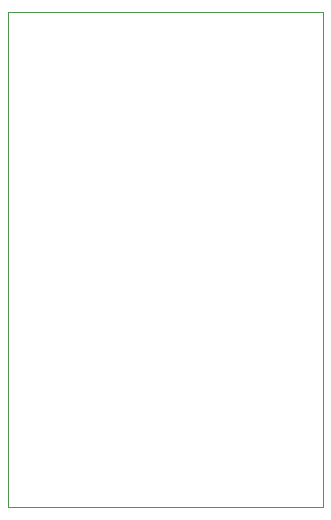
<source format=gbr>
%TF.GenerationSoftware,KiCad,Pcbnew,(5.1.7)-1*%
%TF.CreationDate,2021-09-18T16:18:18+01:00*%
%TF.ProjectId,RcCtlHw,52634374-6c48-4772-9e6b-696361645f70,rev?*%
%TF.SameCoordinates,Original*%
%TF.FileFunction,Glue,Top*%
%TF.FilePolarity,Positive*%
%FSLAX46Y46*%
G04 Gerber Fmt 4.6, Leading zero omitted, Abs format (unit mm)*
G04 Created by KiCad (PCBNEW (5.1.7)-1) date 2021-09-18 16:18:18*
%MOMM*%
%LPD*%
G01*
G04 APERTURE LIST*
%TA.AperFunction,Profile*%
%ADD10C,0.050000*%
%TD*%
G04 APERTURE END LIST*
D10*
X114300000Y-84455000D02*
X140970000Y-84455000D01*
X140970000Y-84455000D02*
X140970000Y-84836000D01*
X114300000Y-84709000D02*
X114300000Y-84455000D01*
X140970000Y-126365000D02*
X140970000Y-119380000D01*
X114300000Y-126365000D02*
X140970000Y-126365000D01*
X114300000Y-119380000D02*
X114300000Y-126365000D01*
X114300000Y-119380000D02*
X114300000Y-84709000D01*
X140970000Y-84836000D02*
X140970000Y-119380000D01*
M02*

</source>
